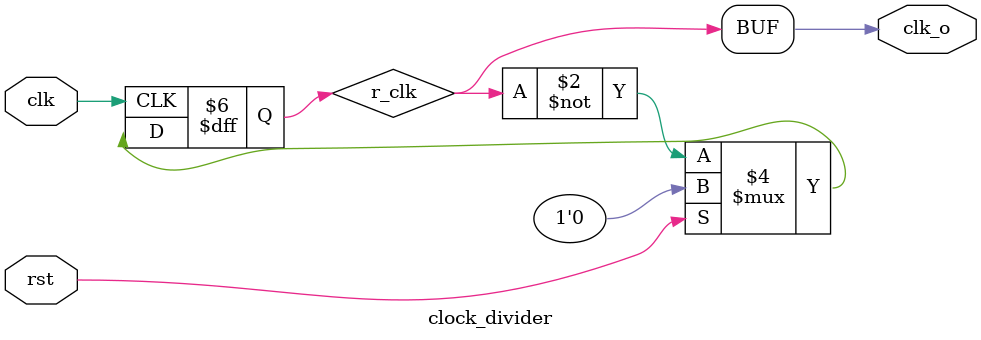
<source format=v>

module clock_divider(
	input clk,
	input rst,
	output clk_o
);

reg r_clk;
assign clk_o = r_clk;

always@(posedge clk)
begin
	if (rst)
	begin
		r_clk <= 1'b0;
	end
	else 
	begin
		r_clk <= ~clk_o;
	end
end

endmodule

</source>
